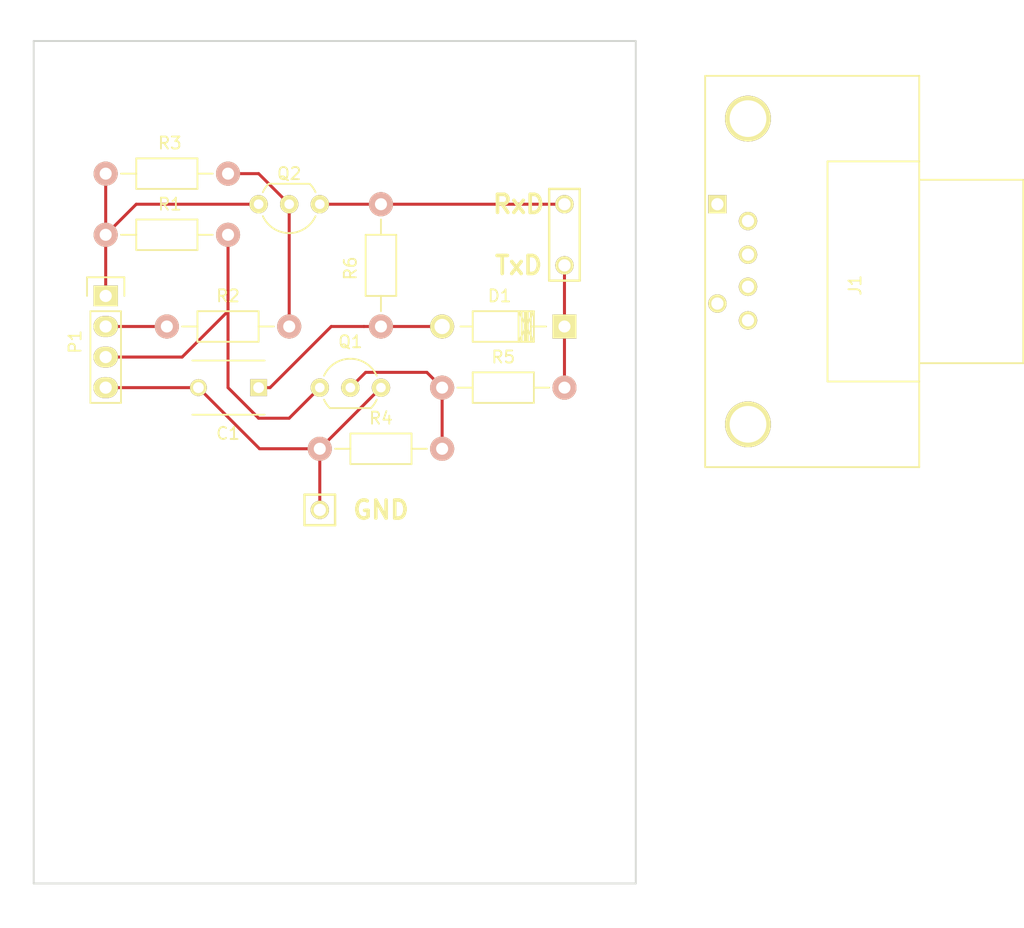
<source format=kicad_pcb>
(kicad_pcb (version 4) (host pcbnew 4.0.2-stable)

  (general
    (links 20)
    (no_connects 0)
    (area 70.180999 70.451999 120.331001 140.602001)
    (thickness 1.6)
    (drawings 103)
    (tracks 33)
    (zones 0)
    (modules 12)
    (nets 16)
  )

  (page USLetter)
  (layers
    (0 F.Cu signal)
    (1 In1.Cu signal)
    (2 In2.Cu signal)
    (31 B.Cu signal)
    (32 B.Adhes user)
    (33 F.Adhes user)
    (34 B.Paste user)
    (35 F.Paste user)
    (36 B.SilkS user)
    (37 F.SilkS user)
    (38 B.Mask user)
    (39 F.Mask user)
    (40 Dwgs.User user)
    (41 Cmts.User user)
    (42 Eco1.User user)
    (43 Eco2.User user)
    (44 Edge.Cuts user)
    (45 Margin user)
    (46 B.CrtYd user)
    (47 F.CrtYd user)
    (48 B.Fab user)
    (49 F.Fab user)
  )

  (setup
    (last_trace_width 0.25)
    (trace_clearance 0.2)
    (zone_clearance 0.508)
    (zone_45_only no)
    (trace_min 0.2)
    (segment_width 0.2)
    (edge_width 0.15)
    (via_size 0.6)
    (via_drill 0.4)
    (via_min_size 0.4)
    (via_min_drill 0.3)
    (uvia_size 0.3)
    (uvia_drill 0.1)
    (uvias_allowed no)
    (uvia_min_size 0.2)
    (uvia_min_drill 0.1)
    (pcb_text_width 0.3)
    (pcb_text_size 1.5 1.5)
    (mod_edge_width 0.15)
    (mod_text_size 1 1)
    (mod_text_width 0.15)
    (pad_size 1.524 1.524)
    (pad_drill 0.762)
    (pad_to_mask_clearance 0.2)
    (aux_axis_origin 71.15556 73.9267)
    (grid_origin 71.156 73.927)
    (visible_elements FFFFFF7F)
    (pcbplotparams
      (layerselection 0x00030_80000001)
      (usegerberextensions false)
      (excludeedgelayer true)
      (linewidth 0.100000)
      (plotframeref false)
      (viasonmask false)
      (mode 1)
      (useauxorigin false)
      (hpglpennumber 1)
      (hpglpenspeed 20)
      (hpglpendiameter 15)
      (hpglpenoverlay 2)
      (psnegative false)
      (psa4output false)
      (plotreference true)
      (plotvalue true)
      (plotinvisibletext false)
      (padsonsilk false)
      (subtractmaskfromsilk false)
      (outputformat 1)
      (mirror false)
      (drillshape 1)
      (scaleselection 1)
      (outputdirectory ""))
  )

  (net 0 "")
  (net 1 GND)
  (net 2 VCC)
  (net 3 "Net-(C1-Pad1)")
  (net 4 /TxD)
  (net 5 "Net-(J1-Pad1)")
  (net 6 /RxD)
  (net 7 "Net-(J1-Pad4)")
  (net 8 "Net-(J1-Pad6)")
  (net 9 "Net-(J1-Pad7)")
  (net 10 "Net-(J1-Pad8)")
  (net 11 "Net-(J1-Pad9)")
  (net 12 /TTL_TxD)
  (net 13 /TTL_RxD)
  (net 14 "Net-(Q1-Pad2)")
  (net 15 "Net-(Q2-Pad2)")

  (net_class Default "This is the default net class."
    (clearance 0.2)
    (trace_width 0.25)
    (via_dia 0.6)
    (via_drill 0.4)
    (uvia_dia 0.3)
    (uvia_drill 0.1)
    (add_net /RxD)
    (add_net /TTL_RxD)
    (add_net /TTL_TxD)
    (add_net /TxD)
    (add_net GND)
    (add_net "Net-(C1-Pad1)")
    (add_net "Net-(J1-Pad1)")
    (add_net "Net-(J1-Pad4)")
    (add_net "Net-(J1-Pad6)")
    (add_net "Net-(J1-Pad7)")
    (add_net "Net-(J1-Pad8)")
    (add_net "Net-(J1-Pad9)")
    (add_net "Net-(Q1-Pad2)")
    (add_net "Net-(Q2-Pad2)")
    (add_net VCC)
  )

  (module Capacitors_ThroughHole:C_Disc_D6_P5 (layer F.Cu) (tedit 0) (tstamp 57265099)
    (at 88.936 99.327 180)
    (descr "Capacitor 6mm Disc, Pitch 5mm")
    (tags Capacitor)
    (path /572643AD)
    (fp_text reference C1 (at 2.54 -3.81 180) (layer F.SilkS)
      (effects (font (size 1 1) (thickness 0.15)))
    )
    (fp_text value 100nf (at 2.5 0 180) (layer F.Fab)
      (effects (font (size 1 1) (thickness 0.15)))
    )
    (fp_line (start -0.95 -2.5) (end 5.95 -2.5) (layer F.CrtYd) (width 0.05))
    (fp_line (start 5.95 -2.5) (end 5.95 2.5) (layer F.CrtYd) (width 0.05))
    (fp_line (start 5.95 2.5) (end -0.95 2.5) (layer F.CrtYd) (width 0.05))
    (fp_line (start -0.95 2.5) (end -0.95 -2.5) (layer F.CrtYd) (width 0.05))
    (fp_line (start -0.5 -2.25) (end 5.5 -2.25) (layer F.SilkS) (width 0.15))
    (fp_line (start 5.5 2.25) (end -0.5 2.25) (layer F.SilkS) (width 0.15))
    (pad 1 thru_hole rect (at 0 0 180) (size 1.4 1.4) (drill 0.9) (layers *.Cu *.Mask F.SilkS)
      (net 3 "Net-(C1-Pad1)"))
    (pad 2 thru_hole circle (at 5 0 180) (size 1.4 1.4) (drill 0.9) (layers *.Cu *.Mask F.SilkS)
      (net 1 GND))
    (model Capacitors_ThroughHole.3dshapes/C_Disc_D6_P5.wrl
      (at (xyz 0.0984252 0 0))
      (scale (xyz 1 1 1))
      (rotate (xyz 0 0 0))
    )
  )

  (module Diodes_ThroughHole:Diode_DO-41_SOD81_Horizontal_RM10 (layer F.Cu) (tedit 552FFCCE) (tstamp 572650AD)
    (at 114.336 94.24446 180)
    (descr "Diode, DO-41, SOD81, Horizontal, RM 10mm,")
    (tags "Diode, DO-41, SOD81, Horizontal, RM 10mm, 1N4007, SB140,")
    (path /57264323)
    (fp_text reference D1 (at 5.38734 2.53746 180) (layer F.SilkS)
      (effects (font (size 1 1) (thickness 0.15)))
    )
    (fp_text value 1N4148 (at 5.08 -0.00254 180) (layer F.Fab)
      (effects (font (size 1 1) (thickness 0.15)))
    )
    (fp_line (start 7.62 -0.00254) (end 8.636 -0.00254) (layer F.SilkS) (width 0.15))
    (fp_line (start 2.794 -0.00254) (end 1.524 -0.00254) (layer F.SilkS) (width 0.15))
    (fp_line (start 3.048 -1.27254) (end 3.048 1.26746) (layer F.SilkS) (width 0.15))
    (fp_line (start 3.302 -1.27254) (end 3.302 1.26746) (layer F.SilkS) (width 0.15))
    (fp_line (start 3.556 -1.27254) (end 3.556 1.26746) (layer F.SilkS) (width 0.15))
    (fp_line (start 2.794 -1.27254) (end 2.794 1.26746) (layer F.SilkS) (width 0.15))
    (fp_line (start 3.81 -1.27254) (end 2.54 1.26746) (layer F.SilkS) (width 0.15))
    (fp_line (start 2.54 -1.27254) (end 3.81 1.26746) (layer F.SilkS) (width 0.15))
    (fp_line (start 3.81 -1.27254) (end 3.81 1.26746) (layer F.SilkS) (width 0.15))
    (fp_line (start 3.175 -1.27254) (end 3.175 1.26746) (layer F.SilkS) (width 0.15))
    (fp_line (start 2.54 1.26746) (end 2.54 -1.27254) (layer F.SilkS) (width 0.15))
    (fp_line (start 2.54 -1.27254) (end 7.62 -1.27254) (layer F.SilkS) (width 0.15))
    (fp_line (start 7.62 -1.27254) (end 7.62 1.26746) (layer F.SilkS) (width 0.15))
    (fp_line (start 7.62 1.26746) (end 2.54 1.26746) (layer F.SilkS) (width 0.15))
    (pad 2 thru_hole circle (at 10.16 -0.00254) (size 1.99898 1.99898) (drill 1.27) (layers *.Cu *.Mask F.SilkS)
      (net 3 "Net-(C1-Pad1)"))
    (pad 1 thru_hole rect (at 0 -0.00254) (size 1.99898 1.99898) (drill 1.00076) (layers *.Cu *.Mask F.SilkS)
      (net 4 /TxD))
  )

  (module Connect:DB9FC (layer F.Cu) (tedit 57266DA5) (tstamp 572650C6)
    (at 128.306 89.548 270)
    (descr "Connecteur DB9 femelle couche")
    (tags "CONN DB9")
    (path /572649B9)
    (fp_text reference J1 (at 1.27 -10.16 270) (layer F.SilkS)
      (effects (font (size 1 1) (thickness 0.15)))
    )
    (fp_text value DB9 (at 1.27 -3.81 270) (layer F.Fab)
      (effects (font (size 1 1) (thickness 0.15)))
    )
    (fp_line (start -16.129 2.286) (end 16.383 2.286) (layer F.SilkS) (width 0.15))
    (fp_line (start 16.383 2.286) (end 16.383 -15.494) (layer F.SilkS) (width 0.15))
    (fp_line (start 16.383 -15.494) (end -16.129 -15.494) (layer F.SilkS) (width 0.15))
    (fp_line (start -16.129 -15.494) (end -16.129 2.286) (layer F.SilkS) (width 0.15))
    (fp_line (start -9.017 -15.494) (end -9.017 -7.874) (layer F.SilkS) (width 0.15))
    (fp_line (start -9.017 -7.874) (end 9.271 -7.874) (layer F.SilkS) (width 0.15))
    (fp_line (start 9.271 -7.874) (end 9.271 -15.494) (layer F.SilkS) (width 0.15))
    (fp_line (start -7.493 -15.494) (end -7.493 -24.13) (layer F.SilkS) (width 0.15))
    (fp_line (start -7.493 -24.13) (end 7.747 -24.13) (layer F.SilkS) (width 0.15))
    (fp_line (start 7.747 -24.13) (end 7.747 -15.494) (layer F.SilkS) (width 0.15))
    (pad "" thru_hole circle (at 12.827 -1.27 270) (size 3.81 3.81) (drill 3.048) (layers *.Cu *.Mask F.SilkS))
    (pad "" thru_hole circle (at -12.573 -1.27 270) (size 3.81 3.81) (drill 3.048) (layers *.Cu *.Mask F.SilkS))
    (pad 1 thru_hole rect (at -5.461 1.27 270) (size 1.524 1.524) (drill 1.016) (layers *.Cu *.Mask F.SilkS)
      (net 5 "Net-(J1-Pad1)"))
    (pad 2 thru_hole circle (at -5.461 13.97 270) (size 1.524 1.524) (drill 1.016) (layers *.Cu *.Mask F.SilkS)
      (net 6 /RxD))
    (pad 3 thru_hole circle (at -0.381 13.97 270) (size 1.524 1.524) (drill 1.016) (layers *.Cu *.Mask F.SilkS)
      (net 4 /TxD))
    (pad 4 thru_hole circle (at 2.794 1.27 270) (size 1.524 1.524) (drill 1.016) (layers *.Cu *.Mask F.SilkS)
      (net 7 "Net-(J1-Pad4)"))
    (pad 5 thru_hole circle (at 19.939 34.29 270) (size 1.524 1.524) (drill 1.016) (layers *.Cu *.Mask F.SilkS)
      (net 1 GND))
    (pad 6 thru_hole circle (at -4.064 -1.27 270) (size 1.524 1.524) (drill 1.016) (layers *.Cu *.Mask F.SilkS)
      (net 8 "Net-(J1-Pad6)"))
    (pad 7 thru_hole circle (at -1.27 -1.27 270) (size 1.524 1.524) (drill 1.016) (layers *.Cu *.Mask F.SilkS)
      (net 9 "Net-(J1-Pad7)"))
    (pad 8 thru_hole circle (at 1.397 -1.27 270) (size 1.524 1.524) (drill 1.016) (layers *.Cu *.Mask F.SilkS)
      (net 10 "Net-(J1-Pad8)"))
    (pad 9 thru_hole circle (at 4.191 -1.27 270) (size 1.524 1.524) (drill 1.016) (layers *.Cu *.Mask F.SilkS)
      (net 11 "Net-(J1-Pad9)"))
    (model Connect.3dshapes/DB9FC.wrl
      (at (xyz 0 0 0))
      (scale (xyz 1 1 1))
      (rotate (xyz 0 0 0))
    )
  )

  (module Pin_Headers:Pin_Header_Straight_1x04 (layer F.Cu) (tedit 0) (tstamp 572650D9)
    (at 76.236 91.707)
    (descr "Through hole pin header")
    (tags "pin header")
    (path /57265AA2)
    (fp_text reference P1 (at -2.54 3.81 90) (layer F.SilkS)
      (effects (font (size 1 1) (thickness 0.15)))
    )
    (fp_text value CONN_01X04 (at 2.54 3.81 90) (layer F.Fab)
      (effects (font (size 1 1) (thickness 0.15)))
    )
    (fp_line (start -1.75 -1.75) (end -1.75 9.4) (layer F.CrtYd) (width 0.05))
    (fp_line (start 1.75 -1.75) (end 1.75 9.4) (layer F.CrtYd) (width 0.05))
    (fp_line (start -1.75 -1.75) (end 1.75 -1.75) (layer F.CrtYd) (width 0.05))
    (fp_line (start -1.75 9.4) (end 1.75 9.4) (layer F.CrtYd) (width 0.05))
    (fp_line (start -1.27 1.27) (end -1.27 8.89) (layer F.SilkS) (width 0.15))
    (fp_line (start 1.27 1.27) (end 1.27 8.89) (layer F.SilkS) (width 0.15))
    (fp_line (start 1.55 -1.55) (end 1.55 0) (layer F.SilkS) (width 0.15))
    (fp_line (start -1.27 8.89) (end 1.27 8.89) (layer F.SilkS) (width 0.15))
    (fp_line (start 1.27 1.27) (end -1.27 1.27) (layer F.SilkS) (width 0.15))
    (fp_line (start -1.55 0) (end -1.55 -1.55) (layer F.SilkS) (width 0.15))
    (fp_line (start -1.55 -1.55) (end 1.55 -1.55) (layer F.SilkS) (width 0.15))
    (pad 1 thru_hole rect (at 0 0) (size 2.032 1.7272) (drill 1.016) (layers *.Cu *.Mask F.SilkS)
      (net 2 VCC))
    (pad 2 thru_hole oval (at 0 2.54) (size 2.032 1.7272) (drill 1.016) (layers *.Cu *.Mask F.SilkS)
      (net 12 /TTL_TxD))
    (pad 3 thru_hole oval (at 0 5.08) (size 2.032 1.7272) (drill 1.016) (layers *.Cu *.Mask F.SilkS)
      (net 13 /TTL_RxD))
    (pad 4 thru_hole oval (at 0 7.62) (size 2.032 1.7272) (drill 1.016) (layers *.Cu *.Mask F.SilkS)
      (net 1 GND))
    (model Pin_Headers.3dshapes/Pin_Header_Straight_1x04.wrl
      (at (xyz 0 -0.15 0))
      (scale (xyz 1 1 1))
      (rotate (xyz 0 0 90))
    )
  )

  (module TO_SOT_Packages_THT:TO-92_Inline_Wide (layer F.Cu) (tedit 54F242B4) (tstamp 572650E9)
    (at 94.016 99.327)
    (descr "TO-92 leads in-line, wide, drill 0.8mm (see NXP sot054_po.pdf)")
    (tags "to-92 sc-43 sc-43a sot54 PA33 transistor")
    (path /572642F0)
    (fp_text reference Q1 (at 2.54 -3.81 180) (layer F.SilkS)
      (effects (font (size 1 1) (thickness 0.15)))
    )
    (fp_text value BC548 (at 2.54 -1.27) (layer F.Fab)
      (effects (font (size 1 1) (thickness 0.15)))
    )
    (fp_arc (start 2.54 0) (end 0.84 1.7) (angle 20.5) (layer F.SilkS) (width 0.15))
    (fp_arc (start 2.54 0) (end 4.24 1.7) (angle -20.5) (layer F.SilkS) (width 0.15))
    (fp_line (start -1 1.95) (end -1 -2.65) (layer F.CrtYd) (width 0.05))
    (fp_line (start -1 1.95) (end 6.1 1.95) (layer F.CrtYd) (width 0.05))
    (fp_line (start 0.84 1.7) (end 4.24 1.7) (layer F.SilkS) (width 0.15))
    (fp_arc (start 2.54 0) (end 2.54 -2.4) (angle -65.55604127) (layer F.SilkS) (width 0.15))
    (fp_arc (start 2.54 0) (end 2.54 -2.4) (angle 65.55604127) (layer F.SilkS) (width 0.15))
    (fp_line (start -1 -2.65) (end 6.1 -2.65) (layer F.CrtYd) (width 0.05))
    (fp_line (start 6.1 1.95) (end 6.1 -2.65) (layer F.CrtYd) (width 0.05))
    (pad 2 thru_hole circle (at 2.54 0 90) (size 1.524 1.524) (drill 0.8) (layers *.Cu *.Mask F.SilkS)
      (net 14 "Net-(Q1-Pad2)"))
    (pad 3 thru_hole circle (at 5.08 0 90) (size 1.524 1.524) (drill 0.8) (layers *.Cu *.Mask F.SilkS)
      (net 1 GND))
    (pad 1 thru_hole circle (at 0 0 90) (size 1.524 1.524) (drill 0.8) (layers *.Cu *.Mask F.SilkS)
      (net 13 /TTL_RxD))
    (model TO_SOT_Packages_THT.3dshapes/TO-92_Inline_Wide.wrl
      (at (xyz 0.1 0 0))
      (scale (xyz 1 1 1))
      (rotate (xyz 0 0 -90))
    )
  )

  (module TO_SOT_Packages_THT:TO-92_Inline_Wide (layer F.Cu) (tedit 54F242B4) (tstamp 572650F9)
    (at 94.016 84.087 180)
    (descr "TO-92 leads in-line, wide, drill 0.8mm (see NXP sot054_po.pdf)")
    (tags "to-92 sc-43 sc-43a sot54 PA33 transistor")
    (path /572642AD)
    (fp_text reference Q2 (at 2.54 2.54 360) (layer F.SilkS)
      (effects (font (size 1 1) (thickness 0.15)))
    )
    (fp_text value BC559 (at 2.54 -1.27 180) (layer F.Fab)
      (effects (font (size 1 1) (thickness 0.15)))
    )
    (fp_arc (start 2.54 0) (end 0.84 1.7) (angle 20.5) (layer F.SilkS) (width 0.15))
    (fp_arc (start 2.54 0) (end 4.24 1.7) (angle -20.5) (layer F.SilkS) (width 0.15))
    (fp_line (start -1 1.95) (end -1 -2.65) (layer F.CrtYd) (width 0.05))
    (fp_line (start -1 1.95) (end 6.1 1.95) (layer F.CrtYd) (width 0.05))
    (fp_line (start 0.84 1.7) (end 4.24 1.7) (layer F.SilkS) (width 0.15))
    (fp_arc (start 2.54 0) (end 2.54 -2.4) (angle -65.55604127) (layer F.SilkS) (width 0.15))
    (fp_arc (start 2.54 0) (end 2.54 -2.4) (angle 65.55604127) (layer F.SilkS) (width 0.15))
    (fp_line (start -1 -2.65) (end 6.1 -2.65) (layer F.CrtYd) (width 0.05))
    (fp_line (start 6.1 1.95) (end 6.1 -2.65) (layer F.CrtYd) (width 0.05))
    (pad 2 thru_hole circle (at 2.54 0 270) (size 1.524 1.524) (drill 0.8) (layers *.Cu *.Mask F.SilkS)
      (net 15 "Net-(Q2-Pad2)"))
    (pad 3 thru_hole circle (at 5.08 0 270) (size 1.524 1.524) (drill 0.8) (layers *.Cu *.Mask F.SilkS)
      (net 2 VCC))
    (pad 1 thru_hole circle (at 0 0 270) (size 1.524 1.524) (drill 0.8) (layers *.Cu *.Mask F.SilkS)
      (net 6 /RxD))
    (model TO_SOT_Packages_THT.3dshapes/TO-92_Inline_Wide.wrl
      (at (xyz 0.1 0 0))
      (scale (xyz 1 1 1))
      (rotate (xyz 0 0 -90))
    )
  )

  (module Resistors_ThroughHole:Resistor_Horizontal_RM10mm (layer F.Cu) (tedit 56648415) (tstamp 57265109)
    (at 76.236 86.627)
    (descr "Resistor, Axial,  RM 10mm, 1/3W")
    (tags "Resistor Axial RM 10mm 1/3W")
    (path /57264131)
    (fp_text reference R1 (at 5.32892 -2.54) (layer F.SilkS)
      (effects (font (size 1 1) (thickness 0.15)))
    )
    (fp_text value 10k (at 5.08 0) (layer F.Fab)
      (effects (font (size 1 1) (thickness 0.15)))
    )
    (fp_line (start -1.25 -1.5) (end 11.4 -1.5) (layer F.CrtYd) (width 0.05))
    (fp_line (start -1.25 1.5) (end -1.25 -1.5) (layer F.CrtYd) (width 0.05))
    (fp_line (start 11.4 -1.5) (end 11.4 1.5) (layer F.CrtYd) (width 0.05))
    (fp_line (start -1.25 1.5) (end 11.4 1.5) (layer F.CrtYd) (width 0.05))
    (fp_line (start 2.54 -1.27) (end 7.62 -1.27) (layer F.SilkS) (width 0.15))
    (fp_line (start 7.62 -1.27) (end 7.62 1.27) (layer F.SilkS) (width 0.15))
    (fp_line (start 7.62 1.27) (end 2.54 1.27) (layer F.SilkS) (width 0.15))
    (fp_line (start 2.54 1.27) (end 2.54 -1.27) (layer F.SilkS) (width 0.15))
    (fp_line (start 2.54 0) (end 1.27 0) (layer F.SilkS) (width 0.15))
    (fp_line (start 7.62 0) (end 8.89 0) (layer F.SilkS) (width 0.15))
    (pad 1 thru_hole circle (at 0 0) (size 1.99898 1.99898) (drill 1.00076) (layers *.Cu *.SilkS *.Mask)
      (net 2 VCC))
    (pad 2 thru_hole circle (at 10.16 0) (size 1.99898 1.99898) (drill 1.00076) (layers *.Cu *.SilkS *.Mask)
      (net 13 /TTL_RxD))
    (model Resistors_ThroughHole.3dshapes/Resistor_Horizontal_RM10mm.wrl
      (at (xyz 0.2 0 0))
      (scale (xyz 0.4 0.4 0.4))
      (rotate (xyz 0 0 0))
    )
  )

  (module Resistors_ThroughHole:Resistor_Horizontal_RM10mm (layer F.Cu) (tedit 56648415) (tstamp 57265119)
    (at 91.476 94.247 180)
    (descr "Resistor, Axial,  RM 10mm, 1/3W")
    (tags "Resistor Axial RM 10mm 1/3W")
    (path /572641CE)
    (fp_text reference R2 (at 5.08 2.54 180) (layer F.SilkS)
      (effects (font (size 1 1) (thickness 0.15)))
    )
    (fp_text value 10k (at 5.08 0 180) (layer F.Fab)
      (effects (font (size 1 1) (thickness 0.15)))
    )
    (fp_line (start -1.25 -1.5) (end 11.4 -1.5) (layer F.CrtYd) (width 0.05))
    (fp_line (start -1.25 1.5) (end -1.25 -1.5) (layer F.CrtYd) (width 0.05))
    (fp_line (start 11.4 -1.5) (end 11.4 1.5) (layer F.CrtYd) (width 0.05))
    (fp_line (start -1.25 1.5) (end 11.4 1.5) (layer F.CrtYd) (width 0.05))
    (fp_line (start 2.54 -1.27) (end 7.62 -1.27) (layer F.SilkS) (width 0.15))
    (fp_line (start 7.62 -1.27) (end 7.62 1.27) (layer F.SilkS) (width 0.15))
    (fp_line (start 7.62 1.27) (end 2.54 1.27) (layer F.SilkS) (width 0.15))
    (fp_line (start 2.54 1.27) (end 2.54 -1.27) (layer F.SilkS) (width 0.15))
    (fp_line (start 2.54 0) (end 1.27 0) (layer F.SilkS) (width 0.15))
    (fp_line (start 7.62 0) (end 8.89 0) (layer F.SilkS) (width 0.15))
    (pad 1 thru_hole circle (at 0 0 180) (size 1.99898 1.99898) (drill 1.00076) (layers *.Cu *.SilkS *.Mask)
      (net 15 "Net-(Q2-Pad2)"))
    (pad 2 thru_hole circle (at 10.16 0 180) (size 1.99898 1.99898) (drill 1.00076) (layers *.Cu *.SilkS *.Mask)
      (net 12 /TTL_TxD))
    (model Resistors_ThroughHole.3dshapes/Resistor_Horizontal_RM10mm.wrl
      (at (xyz 0.2 0 0))
      (scale (xyz 0.4 0.4 0.4))
      (rotate (xyz 0 0 0))
    )
  )

  (module Resistors_ThroughHole:Resistor_Horizontal_RM10mm (layer F.Cu) (tedit 56648415) (tstamp 57265129)
    (at 76.236 81.547)
    (descr "Resistor, Axial,  RM 10mm, 1/3W")
    (tags "Resistor Axial RM 10mm 1/3W")
    (path /572641F6)
    (fp_text reference R3 (at 5.32892 -2.54) (layer F.SilkS)
      (effects (font (size 1 1) (thickness 0.15)))
    )
    (fp_text value 10k (at 5.08 0) (layer F.Fab)
      (effects (font (size 1 1) (thickness 0.15)))
    )
    (fp_line (start -1.25 -1.5) (end 11.4 -1.5) (layer F.CrtYd) (width 0.05))
    (fp_line (start -1.25 1.5) (end -1.25 -1.5) (layer F.CrtYd) (width 0.05))
    (fp_line (start 11.4 -1.5) (end 11.4 1.5) (layer F.CrtYd) (width 0.05))
    (fp_line (start -1.25 1.5) (end 11.4 1.5) (layer F.CrtYd) (width 0.05))
    (fp_line (start 2.54 -1.27) (end 7.62 -1.27) (layer F.SilkS) (width 0.15))
    (fp_line (start 7.62 -1.27) (end 7.62 1.27) (layer F.SilkS) (width 0.15))
    (fp_line (start 7.62 1.27) (end 2.54 1.27) (layer F.SilkS) (width 0.15))
    (fp_line (start 2.54 1.27) (end 2.54 -1.27) (layer F.SilkS) (width 0.15))
    (fp_line (start 2.54 0) (end 1.27 0) (layer F.SilkS) (width 0.15))
    (fp_line (start 7.62 0) (end 8.89 0) (layer F.SilkS) (width 0.15))
    (pad 1 thru_hole circle (at 0 0) (size 1.99898 1.99898) (drill 1.00076) (layers *.Cu *.SilkS *.Mask)
      (net 2 VCC))
    (pad 2 thru_hole circle (at 10.16 0) (size 1.99898 1.99898) (drill 1.00076) (layers *.Cu *.SilkS *.Mask)
      (net 15 "Net-(Q2-Pad2)"))
    (model Resistors_ThroughHole.3dshapes/Resistor_Horizontal_RM10mm.wrl
      (at (xyz 0.2 0 0))
      (scale (xyz 0.4 0.4 0.4))
      (rotate (xyz 0 0 0))
    )
  )

  (module Resistors_ThroughHole:Resistor_Horizontal_RM10mm (layer F.Cu) (tedit 56648415) (tstamp 57265139)
    (at 104.176 104.407 180)
    (descr "Resistor, Axial,  RM 10mm, 1/3W")
    (tags "Resistor Axial RM 10mm 1/3W")
    (path /57264224)
    (fp_text reference R4 (at 5.08 2.54 180) (layer F.SilkS)
      (effects (font (size 1 1) (thickness 0.15)))
    )
    (fp_text value 4.7k (at 5.08 0 180) (layer F.Fab)
      (effects (font (size 1 1) (thickness 0.15)))
    )
    (fp_line (start -1.25 -1.5) (end 11.4 -1.5) (layer F.CrtYd) (width 0.05))
    (fp_line (start -1.25 1.5) (end -1.25 -1.5) (layer F.CrtYd) (width 0.05))
    (fp_line (start 11.4 -1.5) (end 11.4 1.5) (layer F.CrtYd) (width 0.05))
    (fp_line (start -1.25 1.5) (end 11.4 1.5) (layer F.CrtYd) (width 0.05))
    (fp_line (start 2.54 -1.27) (end 7.62 -1.27) (layer F.SilkS) (width 0.15))
    (fp_line (start 7.62 -1.27) (end 7.62 1.27) (layer F.SilkS) (width 0.15))
    (fp_line (start 7.62 1.27) (end 2.54 1.27) (layer F.SilkS) (width 0.15))
    (fp_line (start 2.54 1.27) (end 2.54 -1.27) (layer F.SilkS) (width 0.15))
    (fp_line (start 2.54 0) (end 1.27 0) (layer F.SilkS) (width 0.15))
    (fp_line (start 7.62 0) (end 8.89 0) (layer F.SilkS) (width 0.15))
    (pad 1 thru_hole circle (at 0 0 180) (size 1.99898 1.99898) (drill 1.00076) (layers *.Cu *.SilkS *.Mask)
      (net 14 "Net-(Q1-Pad2)"))
    (pad 2 thru_hole circle (at 10.16 0 180) (size 1.99898 1.99898) (drill 1.00076) (layers *.Cu *.SilkS *.Mask)
      (net 1 GND))
    (model Resistors_ThroughHole.3dshapes/Resistor_Horizontal_RM10mm.wrl
      (at (xyz 0.2 0 0))
      (scale (xyz 0.4 0.4 0.4))
      (rotate (xyz 0 0 0))
    )
  )

  (module Resistors_ThroughHole:Resistor_Horizontal_RM10mm (layer F.Cu) (tedit 56648415) (tstamp 57265149)
    (at 114.336 99.327 180)
    (descr "Resistor, Axial,  RM 10mm, 1/3W")
    (tags "Resistor Axial RM 10mm 1/3W")
    (path /57264250)
    (fp_text reference R5 (at 5.08 2.54 180) (layer F.SilkS)
      (effects (font (size 1 1) (thickness 0.15)))
    )
    (fp_text value 4.7k (at 5.08 0 180) (layer F.Fab)
      (effects (font (size 1 1) (thickness 0.15)))
    )
    (fp_line (start -1.25 -1.5) (end 11.4 -1.5) (layer F.CrtYd) (width 0.05))
    (fp_line (start -1.25 1.5) (end -1.25 -1.5) (layer F.CrtYd) (width 0.05))
    (fp_line (start 11.4 -1.5) (end 11.4 1.5) (layer F.CrtYd) (width 0.05))
    (fp_line (start -1.25 1.5) (end 11.4 1.5) (layer F.CrtYd) (width 0.05))
    (fp_line (start 2.54 -1.27) (end 7.62 -1.27) (layer F.SilkS) (width 0.15))
    (fp_line (start 7.62 -1.27) (end 7.62 1.27) (layer F.SilkS) (width 0.15))
    (fp_line (start 7.62 1.27) (end 2.54 1.27) (layer F.SilkS) (width 0.15))
    (fp_line (start 2.54 1.27) (end 2.54 -1.27) (layer F.SilkS) (width 0.15))
    (fp_line (start 2.54 0) (end 1.27 0) (layer F.SilkS) (width 0.15))
    (fp_line (start 7.62 0) (end 8.89 0) (layer F.SilkS) (width 0.15))
    (pad 1 thru_hole circle (at 0 0 180) (size 1.99898 1.99898) (drill 1.00076) (layers *.Cu *.SilkS *.Mask)
      (net 4 /TxD))
    (pad 2 thru_hole circle (at 10.16 0 180) (size 1.99898 1.99898) (drill 1.00076) (layers *.Cu *.SilkS *.Mask)
      (net 14 "Net-(Q1-Pad2)"))
    (model Resistors_ThroughHole.3dshapes/Resistor_Horizontal_RM10mm.wrl
      (at (xyz 0.2 0 0))
      (scale (xyz 0.4 0.4 0.4))
      (rotate (xyz 0 0 0))
    )
  )

  (module Resistors_ThroughHole:Resistor_Horizontal_RM10mm (layer F.Cu) (tedit 56648415) (tstamp 57265159)
    (at 99.096 84.087 270)
    (descr "Resistor, Axial,  RM 10mm, 1/3W")
    (tags "Resistor Axial RM 10mm 1/3W")
    (path /5726427D)
    (fp_text reference R6 (at 5.32892 2.54 270) (layer F.SilkS)
      (effects (font (size 1 1) (thickness 0.15)))
    )
    (fp_text value 4.7k (at 5.08 0 270) (layer F.Fab)
      (effects (font (size 1 1) (thickness 0.15)))
    )
    (fp_line (start -1.25 -1.5) (end 11.4 -1.5) (layer F.CrtYd) (width 0.05))
    (fp_line (start -1.25 1.5) (end -1.25 -1.5) (layer F.CrtYd) (width 0.05))
    (fp_line (start 11.4 -1.5) (end 11.4 1.5) (layer F.CrtYd) (width 0.05))
    (fp_line (start -1.25 1.5) (end 11.4 1.5) (layer F.CrtYd) (width 0.05))
    (fp_line (start 2.54 -1.27) (end 7.62 -1.27) (layer F.SilkS) (width 0.15))
    (fp_line (start 7.62 -1.27) (end 7.62 1.27) (layer F.SilkS) (width 0.15))
    (fp_line (start 7.62 1.27) (end 2.54 1.27) (layer F.SilkS) (width 0.15))
    (fp_line (start 2.54 1.27) (end 2.54 -1.27) (layer F.SilkS) (width 0.15))
    (fp_line (start 2.54 0) (end 1.27 0) (layer F.SilkS) (width 0.15))
    (fp_line (start 7.62 0) (end 8.89 0) (layer F.SilkS) (width 0.15))
    (pad 1 thru_hole circle (at 0 0 270) (size 1.99898 1.99898) (drill 1.00076) (layers *.Cu *.SilkS *.Mask)
      (net 6 /RxD))
    (pad 2 thru_hole circle (at 10.16 0 270) (size 1.99898 1.99898) (drill 1.00076) (layers *.Cu *.SilkS *.Mask)
      (net 3 "Net-(C1-Pad1)"))
    (model Resistors_ThroughHole.3dshapes/Resistor_Horizontal_RM10mm.wrl
      (at (xyz 0.2 0 0))
      (scale (xyz 0.4 0.4 0.4))
      (rotate (xyz 0 0 0))
    )
  )

  (gr_text GND (at 99.096 109.487) (layer F.SilkS)
    (effects (font (size 1.5 1.5) (thickness 0.3)))
  )
  (gr_text TxD (at 110.526 89.167) (layer F.SilkS)
    (effects (font (size 1.5 1.5) (thickness 0.3)))
  )
  (gr_text RxD (at 110.526 84.087) (layer F.SilkS)
    (effects (font (size 1.5 1.5) (thickness 0.3)))
  )
  (gr_line (start 92.746 110.757) (end 92.746 108.217) (layer F.SilkS) (width 0.2))
  (gr_line (start 95.286 110.757) (end 92.746 110.757) (layer F.SilkS) (width 0.2))
  (gr_line (start 95.286 108.217) (end 95.286 110.757) (layer F.SilkS) (width 0.2))
  (gr_line (start 92.746 108.217) (end 95.286 108.217) (layer F.SilkS) (width 0.2))
  (gr_line (start 113.066 90.437) (end 113.066 82.817) (layer F.SilkS) (width 0.2))
  (gr_line (start 115.606 90.437) (end 113.066 90.437) (layer F.SilkS) (width 0.2))
  (gr_line (start 115.606 82.817) (end 115.606 90.437) (layer F.SilkS) (width 0.2))
  (gr_line (start 113.066 82.817) (end 115.606 82.817) (layer F.SilkS) (width 0.2))
  (gr_text 01 (at 73.696 142.507 90) (layer Dwgs.User) (tstamp 571FD68A)
    (effects (font (size 1.5 1.5) (thickness 0.3)))
  )
  (gr_text 02 (at 76.236 142.507 90) (layer Dwgs.User) (tstamp 571FD689)
    (effects (font (size 1.5 1.5) (thickness 0.3)))
  )
  (gr_text 03 (at 78.776 142.507 90) (layer Dwgs.User) (tstamp 571FD688)
    (effects (font (size 1.5 1.5) (thickness 0.3)))
  )
  (gr_text 04 (at 81.316 142.507 90) (layer Dwgs.User) (tstamp 571FD687)
    (effects (font (size 1.5 1.5) (thickness 0.3)))
  )
  (gr_text 05 (at 83.856 142.507 90) (layer Dwgs.User) (tstamp 571FD686)
    (effects (font (size 1.5 1.5) (thickness 0.3)))
  )
  (gr_text 06 (at 86.396 142.507 90) (layer Dwgs.User) (tstamp 571FD685)
    (effects (font (size 1.5 1.5) (thickness 0.3)))
  )
  (gr_text 07 (at 88.936 142.507 90) (layer Dwgs.User) (tstamp 571FD684)
    (effects (font (size 1.5 1.5) (thickness 0.3)))
  )
  (gr_text 08 (at 91.476 142.507 90) (layer Dwgs.User) (tstamp 571FD683)
    (effects (font (size 1.5 1.5) (thickness 0.3)))
  )
  (gr_text 09 (at 94.016 142.507 90) (layer Dwgs.User) (tstamp 571FD682)
    (effects (font (size 1.5 1.5) (thickness 0.3)))
  )
  (gr_text 10 (at 96.556 142.507 90) (layer Dwgs.User) (tstamp 571FD681)
    (effects (font (size 1.5 1.5) (thickness 0.3)))
  )
  (gr_text 11 (at 99.096 142.507 90) (layer Dwgs.User) (tstamp 571FD680)
    (effects (font (size 1.5 1.5) (thickness 0.3)))
  )
  (gr_text 12 (at 101.636 142.507 90) (layer Dwgs.User) (tstamp 571FD67F)
    (effects (font (size 1.5 1.5) (thickness 0.3)))
  )
  (gr_text 13 (at 104.176 142.507 90) (layer Dwgs.User) (tstamp 571FD67E)
    (effects (font (size 1.5 1.5) (thickness 0.3)))
  )
  (gr_text 14 (at 106.716 142.507 90) (layer Dwgs.User) (tstamp 571FD67D)
    (effects (font (size 1.5 1.5) (thickness 0.3)))
  )
  (gr_text 15 (at 109.256 142.507 90) (layer Dwgs.User) (tstamp 571FD67C)
    (effects (font (size 1.5 1.5) (thickness 0.3)))
  )
  (gr_text 16 (at 111.796 142.507 90) (layer Dwgs.User) (tstamp 571FD67B)
    (effects (font (size 1.5 1.5) (thickness 0.3)))
  )
  (gr_text 17 (at 114.336 142.507 90) (layer Dwgs.User) (tstamp 571FD67A)
    (effects (font (size 1.5 1.5) (thickness 0.3)))
  )
  (gr_text 18 (at 116.876 142.507 90) (layer Dwgs.User) (tstamp 571FD679)
    (effects (font (size 1.5 1.5) (thickness 0.3)))
  )
  (gr_text X (at 68.616 134.887) (layer Dwgs.User) (tstamp 571FD675)
    (effects (font (size 1.5 1.5) (thickness 0.3)))
  )
  (gr_text A (at 68.616 76.467) (layer Dwgs.User) (tstamp 571FD674)
    (effects (font (size 1.5 1.5) (thickness 0.3)))
  )
  (gr_text B (at 68.616 79.007) (layer Dwgs.User) (tstamp 571FD673)
    (effects (font (size 1.5 1.5) (thickness 0.3)))
  )
  (gr_text C (at 68.616 81.547) (layer Dwgs.User) (tstamp 571FD672)
    (effects (font (size 1.5 1.5) (thickness 0.3)))
  )
  (gr_text D (at 68.616 84.087) (layer Dwgs.User) (tstamp 571FD671)
    (effects (font (size 1.5 1.5) (thickness 0.3)))
  )
  (gr_text E (at 68.616 86.627) (layer Dwgs.User) (tstamp 571FD670)
    (effects (font (size 1.5 1.5) (thickness 0.3)))
  )
  (gr_text G (at 68.616 91.707) (layer Dwgs.User) (tstamp 571FD66F)
    (effects (font (size 1.5 1.5) (thickness 0.3)))
  )
  (gr_text F (at 68.616 89.167) (layer Dwgs.User) (tstamp 571FD66E)
    (effects (font (size 1.5 1.5) (thickness 0.3)))
  )
  (gr_text H (at 68.616 94.247) (layer Dwgs.User) (tstamp 571FD66D)
    (effects (font (size 1.5 1.5) (thickness 0.3)))
  )
  (gr_text I (at 68.616 96.787) (layer Dwgs.User) (tstamp 571FD66C)
    (effects (font (size 1.5 1.5) (thickness 0.3)))
  )
  (gr_text J (at 68.616 99.327) (layer Dwgs.User) (tstamp 571FD66B)
    (effects (font (size 1.5 1.5) (thickness 0.3)))
  )
  (gr_text K (at 68.616 101.867) (layer Dwgs.User) (tstamp 571FD66A)
    (effects (font (size 1.5 1.5) (thickness 0.3)))
  )
  (gr_text L (at 68.616 104.407) (layer Dwgs.User) (tstamp 571FD669)
    (effects (font (size 1.5 1.5) (thickness 0.3)))
  )
  (gr_text M (at 68.616 106.947) (layer Dwgs.User) (tstamp 571FD668)
    (effects (font (size 1.5 1.5) (thickness 0.3)))
  )
  (gr_text N (at 68.616 109.487) (layer Dwgs.User) (tstamp 571FD667)
    (effects (font (size 1.5 1.5) (thickness 0.3)))
  )
  (gr_text O (at 68.616 112.027) (layer Dwgs.User) (tstamp 571FD666)
    (effects (font (size 1.5 1.5) (thickness 0.3)))
  )
  (gr_text P (at 68.616 114.567) (layer Dwgs.User) (tstamp 571FD665)
    (effects (font (size 1.5 1.5) (thickness 0.3)))
  )
  (gr_text Q (at 68.616 117.107) (layer Dwgs.User) (tstamp 571FD664)
    (effects (font (size 1.5 1.5) (thickness 0.3)))
  )
  (gr_text R (at 68.616 119.647) (layer Dwgs.User) (tstamp 571FD663)
    (effects (font (size 1.5 1.5) (thickness 0.3)))
  )
  (gr_text S (at 68.616 122.187) (layer Dwgs.User) (tstamp 571FD662)
    (effects (font (size 1.5 1.5) (thickness 0.3)))
  )
  (gr_text T (at 68.616 124.727) (layer Dwgs.User) (tstamp 571FD661)
    (effects (font (size 1.5 1.5) (thickness 0.3)))
  )
  (gr_text U (at 68.616 127.267) (layer Dwgs.User) (tstamp 571FD660)
    (effects (font (size 1.5 1.5) (thickness 0.3)))
  )
  (gr_text V (at 68.616 129.807) (layer Dwgs.User) (tstamp 571FD65F)
    (effects (font (size 1.5 1.5) (thickness 0.3)))
  )
  (gr_text W (at 68.616 132.347) (layer Dwgs.User) (tstamp 571FD65E)
    (effects (font (size 1.5 1.5) (thickness 0.3)))
  )
  (gr_text 18 (at 116.876 68.847 90) (layer Dwgs.User)
    (effects (font (size 1.5 1.5) (thickness 0.3)))
  )
  (gr_text 17 (at 114.336 68.847 90) (layer Dwgs.User)
    (effects (font (size 1.5 1.5) (thickness 0.3)))
  )
  (gr_text 16 (at 111.796 68.847 90) (layer Dwgs.User)
    (effects (font (size 1.5 1.5) (thickness 0.3)))
  )
  (gr_text 15 (at 109.256 68.847 90) (layer Dwgs.User)
    (effects (font (size 1.5 1.5) (thickness 0.3)))
  )
  (gr_text 14 (at 106.716 68.847 90) (layer Dwgs.User)
    (effects (font (size 1.5 1.5) (thickness 0.3)))
  )
  (gr_text 13 (at 104.176 68.847 90) (layer Dwgs.User)
    (effects (font (size 1.5 1.5) (thickness 0.3)))
  )
  (gr_text 12 (at 101.636 68.847 90) (layer Dwgs.User)
    (effects (font (size 1.5 1.5) (thickness 0.3)))
  )
  (gr_text 11 (at 99.096 68.847 90) (layer Dwgs.User)
    (effects (font (size 1.5 1.5) (thickness 0.3)))
  )
  (gr_text 10 (at 96.556 68.847 90) (layer Dwgs.User)
    (effects (font (size 1.5 1.5) (thickness 0.3)))
  )
  (gr_text 09 (at 94.016 68.847 90) (layer Dwgs.User)
    (effects (font (size 1.5 1.5) (thickness 0.3)))
  )
  (gr_text 08 (at 91.476 68.847 90) (layer Dwgs.User)
    (effects (font (size 1.5 1.5) (thickness 0.3)))
  )
  (gr_text 07 (at 88.936 68.847 90) (layer Dwgs.User)
    (effects (font (size 1.5 1.5) (thickness 0.3)))
  )
  (gr_text 06 (at 86.396 68.847 90) (layer Dwgs.User)
    (effects (font (size 1.5 1.5) (thickness 0.3)))
  )
  (gr_text 05 (at 83.856 68.847 90) (layer Dwgs.User)
    (effects (font (size 1.5 1.5) (thickness 0.3)))
  )
  (gr_text 04 (at 81.316 68.847 90) (layer Dwgs.User)
    (effects (font (size 1.5 1.5) (thickness 0.3)))
  )
  (gr_text 03 (at 78.776 68.847 90) (layer Dwgs.User)
    (effects (font (size 1.5 1.5) (thickness 0.3)))
  )
  (gr_text 02 (at 76.236 68.847 90) (layer Dwgs.User)
    (effects (font (size 1.5 1.5) (thickness 0.3)))
  )
  (gr_text 01 (at 73.696 68.847 90) (layer Dwgs.User)
    (effects (font (size 1.5 1.5) (thickness 0.3)))
  )
  (gr_text W (at 121.956 132.347) (layer Dwgs.User)
    (effects (font (size 1.5 1.5) (thickness 0.3)))
  )
  (gr_text V (at 121.956 129.807) (layer Dwgs.User)
    (effects (font (size 1.5 1.5) (thickness 0.3)))
  )
  (gr_text U (at 121.956 127.267) (layer Dwgs.User)
    (effects (font (size 1.5 1.5) (thickness 0.3)))
  )
  (gr_text T (at 121.956 124.727) (layer Dwgs.User)
    (effects (font (size 1.5 1.5) (thickness 0.3)))
  )
  (gr_text S (at 121.956 122.187) (layer Dwgs.User)
    (effects (font (size 1.5 1.5) (thickness 0.3)))
  )
  (gr_text R (at 121.956 119.647) (layer Dwgs.User)
    (effects (font (size 1.5 1.5) (thickness 0.3)))
  )
  (gr_text Q (at 121.956 117.107) (layer Dwgs.User)
    (effects (font (size 1.5 1.5) (thickness 0.3)))
  )
  (gr_text P (at 121.956 114.567) (layer Dwgs.User)
    (effects (font (size 1.5 1.5) (thickness 0.3)))
  )
  (gr_text O (at 121.956 112.027) (layer Dwgs.User)
    (effects (font (size 1.5 1.5) (thickness 0.3)))
  )
  (gr_text N (at 121.956 109.487) (layer Dwgs.User)
    (effects (font (size 1.5 1.5) (thickness 0.3)))
  )
  (gr_text M (at 121.956 106.947) (layer Dwgs.User)
    (effects (font (size 1.5 1.5) (thickness 0.3)))
  )
  (gr_text L (at 121.956 104.407) (layer Dwgs.User)
    (effects (font (size 1.5 1.5) (thickness 0.3)))
  )
  (gr_text K (at 121.956 101.867) (layer Dwgs.User)
    (effects (font (size 1.5 1.5) (thickness 0.3)))
  )
  (gr_text J (at 121.956 99.327) (layer Dwgs.User)
    (effects (font (size 1.5 1.5) (thickness 0.3)))
  )
  (gr_text I (at 121.956 96.787) (layer Dwgs.User)
    (effects (font (size 1.5 1.5) (thickness 0.3)))
  )
  (gr_text H (at 121.956 94.247) (layer Dwgs.User)
    (effects (font (size 1.5 1.5) (thickness 0.3)))
  )
  (gr_text F (at 121.956 89.167) (layer Dwgs.User)
    (effects (font (size 1.5 1.5) (thickness 0.3)))
  )
  (gr_text G (at 121.956 91.707) (layer Dwgs.User)
    (effects (font (size 1.5 1.5) (thickness 0.3)))
  )
  (gr_text E (at 121.956 86.627) (layer Dwgs.User)
    (effects (font (size 1.5 1.5) (thickness 0.3)))
  )
  (gr_text D (at 121.956 84.087) (layer Dwgs.User)
    (effects (font (size 1.5 1.5) (thickness 0.3)))
  )
  (gr_text C (at 121.956 81.547) (layer Dwgs.User)
    (effects (font (size 1.5 1.5) (thickness 0.3)))
  )
  (gr_text B (at 121.956 79.007) (layer Dwgs.User)
    (effects (font (size 1.5 1.5) (thickness 0.3)))
  )
  (gr_text A (at 121.956 76.467) (layer Dwgs.User)
    (effects (font (size 1.5 1.5) (thickness 0.3)))
  )
  (gr_text X (at 121.956 134.887) (layer Dwgs.User)
    (effects (font (size 1.5 1.5) (thickness 0.3)))
  )
  (gr_line (start 71.156 137.427) (end 71.156 73.927) (angle 90) (layer Dwgs.User) (width 0.2))
  (gr_line (start 119.416 137.427) (end 71.156 137.427) (angle 90) (layer Dwgs.User) (width 0.2))
  (gr_line (start 119.416 73.927) (end 119.416 137.427) (angle 90) (layer Dwgs.User) (width 0.2))
  (gr_line (start 71.15556 73.9267) (end 119.416 73.927) (angle 90) (layer Dwgs.User) (width 0.2))
  (gr_line (start 70.256 140.527) (end 70.256 70.527) (angle 90) (layer Edge.Cuts) (width 0.15))
  (gr_line (start 120.256 140.527) (end 70.256 140.527) (angle 90) (layer Edge.Cuts) (width 0.15))
  (gr_line (start 120.256 70.527) (end 120.256 140.527) (angle 90) (layer Edge.Cuts) (width 0.15))
  (gr_line (start 70.256 70.527) (end 120.256 70.527) (angle 90) (layer Edge.Cuts) (width 0.15))

  (segment (start 94.016 104.407) (end 94.016 109.487) (width 0.25) (layer F.Cu) (net 1))
  (segment (start 83.936 99.327) (end 76.236 99.327) (width 0.25) (layer F.Cu) (net 1))
  (segment (start 94.016 104.407) (end 89.016 104.407) (width 0.25) (layer F.Cu) (net 1))
  (segment (start 89.016 104.407) (end 83.936 99.327) (width 0.25) (layer F.Cu) (net 1))
  (segment (start 99.096 99.327) (end 94.016 104.407) (width 0.25) (layer F.Cu) (net 1))
  (segment (start 78.776 84.087) (end 88.936 84.087) (width 0.25) (layer F.Cu) (net 2))
  (segment (start 76.236 86.627) (end 78.776 84.087) (width 0.25) (layer F.Cu) (net 2))
  (segment (start 76.236 81.547) (end 76.236 86.627) (width 0.25) (layer F.Cu) (net 2))
  (segment (start 76.236 91.707) (end 76.236 86.627) (width 0.25) (layer F.Cu) (net 2))
  (segment (start 99.096 94.247) (end 104.176 94.247) (width 0.25) (layer F.Cu) (net 3))
  (segment (start 88.936 99.327) (end 89.886 99.327) (width 0.25) (layer F.Cu) (net 3))
  (segment (start 89.886 99.327) (end 94.966 94.247) (width 0.25) (layer F.Cu) (net 3))
  (segment (start 94.966 94.247) (end 97.682508 94.247) (width 0.25) (layer F.Cu) (net 3))
  (segment (start 97.682508 94.247) (end 99.096 94.247) (width 0.25) (layer F.Cu) (net 3))
  (segment (start 114.336 89.167) (end 114.336 94.247) (width 0.25) (layer F.Cu) (net 4))
  (segment (start 114.336 94.247) (end 114.336 99.327) (width 0.25) (layer F.Cu) (net 4))
  (segment (start 94.016 84.087) (end 99.096 84.087) (width 0.25) (layer F.Cu) (net 6))
  (segment (start 99.096 84.087) (end 114.336 84.087) (width 0.25) (layer F.Cu) (net 6))
  (segment (start 81.316 94.247) (end 76.236 94.247) (width 0.25) (layer F.Cu) (net 12))
  (segment (start 86.396 92.977) (end 86.396 99.327) (width 0.25) (layer F.Cu) (net 13))
  (segment (start 86.396 99.327) (end 88.936 101.867) (width 0.25) (layer F.Cu) (net 13))
  (segment (start 88.936 101.867) (end 91.476 101.867) (width 0.25) (layer F.Cu) (net 13))
  (segment (start 91.476 101.867) (end 94.016 99.327) (width 0.25) (layer F.Cu) (net 13))
  (segment (start 86.396 92.977) (end 82.586 96.787) (width 0.25) (layer F.Cu) (net 13))
  (segment (start 82.586 96.787) (end 76.236 96.787) (width 0.25) (layer F.Cu) (net 13))
  (segment (start 86.396 86.627) (end 86.396 92.977) (width 0.25) (layer F.Cu) (net 13))
  (segment (start 104.176 99.327) (end 104.176 104.407) (width 0.25) (layer F.Cu) (net 14))
  (segment (start 102.906 98.057) (end 104.176 99.327) (width 0.25) (layer F.Cu) (net 14))
  (segment (start 97.826 98.057) (end 102.906 98.057) (width 0.25) (layer F.Cu) (net 14))
  (segment (start 96.556 99.327) (end 97.826 98.057) (width 0.25) (layer F.Cu) (net 14))
  (segment (start 91.476 84.087) (end 91.476 94.247) (width 0.25) (layer F.Cu) (net 15))
  (segment (start 86.396 81.547) (end 88.936 81.547) (width 0.25) (layer F.Cu) (net 15))
  (segment (start 88.936 81.547) (end 91.476 84.087) (width 0.25) (layer F.Cu) (net 15))

)

</source>
